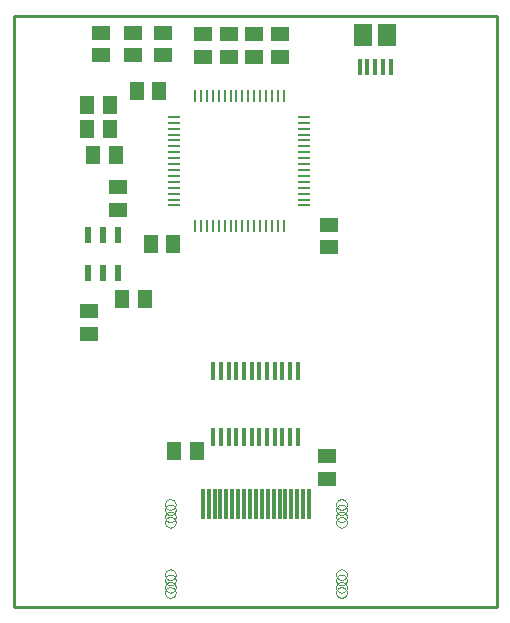
<source format=gtp>
G75*
%MOIN*%
%OFA0B0*%
%FSLAX24Y24*%
%IPPOS*%
%LPD*%
%AMOC8*
5,1,8,0,0,1.08239X$1,22.5*
%
%ADD10C,0.0100*%
%ADD11R,0.0087X0.0394*%
%ADD12R,0.0394X0.0087*%
%ADD13R,0.0209X0.0524*%
%ADD14R,0.0591X0.0512*%
%ADD15R,0.0118X0.1024*%
%ADD16C,0.0000*%
%ADD17R,0.0512X0.0630*%
%ADD18R,0.0118X0.0610*%
%ADD19R,0.0512X0.0591*%
%ADD20R,0.0157X0.0531*%
%ADD21R,0.0591X0.0748*%
D10*
X004503Y002292D02*
X004503Y021967D01*
X020603Y021967D01*
X020603Y002292D01*
X004503Y002292D01*
D11*
X010552Y014977D03*
X010749Y014977D03*
X010945Y014977D03*
X011142Y014977D03*
X011339Y014977D03*
X011536Y014977D03*
X011733Y014977D03*
X011930Y014977D03*
X012127Y014977D03*
X012323Y014977D03*
X012520Y014977D03*
X012717Y014977D03*
X012914Y014977D03*
X013111Y014977D03*
X013308Y014977D03*
X013504Y014977D03*
X013504Y019308D03*
X013308Y019308D03*
X013111Y019308D03*
X012914Y019308D03*
X012717Y019308D03*
X012520Y019308D03*
X012323Y019308D03*
X012127Y019308D03*
X011930Y019308D03*
X011733Y019308D03*
X011536Y019308D03*
X011339Y019308D03*
X011142Y019308D03*
X010945Y019308D03*
X010749Y019308D03*
X010552Y019308D03*
D12*
X009863Y018619D03*
X009863Y018422D03*
X009863Y018225D03*
X009863Y018028D03*
X009863Y017831D03*
X009863Y017634D03*
X009863Y017438D03*
X009863Y017241D03*
X009863Y017044D03*
X009863Y016847D03*
X009863Y016650D03*
X009863Y016453D03*
X009863Y016256D03*
X009863Y016060D03*
X009863Y015863D03*
X009863Y015666D03*
X014193Y015666D03*
X014193Y015863D03*
X014193Y016060D03*
X014193Y016256D03*
X014193Y016453D03*
X014193Y016650D03*
X014193Y016847D03*
X014193Y017044D03*
X014193Y017241D03*
X014193Y017438D03*
X014193Y017634D03*
X014193Y017831D03*
X014193Y018028D03*
X014193Y018225D03*
X014193Y018422D03*
X014193Y018619D03*
D13*
X007978Y014672D03*
X007478Y014672D03*
X006978Y014672D03*
X006978Y013412D03*
X007478Y013412D03*
X007978Y013412D03*
D14*
X007028Y012141D03*
X007028Y011393D03*
X007978Y015518D03*
X007978Y016266D03*
X010828Y020618D03*
X010828Y021366D03*
X011678Y021366D03*
X012528Y021366D03*
X012528Y020618D03*
X011678Y020618D03*
X013378Y020618D03*
X013378Y021366D03*
X009478Y021416D03*
X009478Y020668D03*
X008478Y020668D03*
X008478Y021416D03*
X007428Y021416D03*
X007428Y020668D03*
X015028Y015016D03*
X015028Y014268D03*
X014958Y007306D03*
X014958Y006558D03*
D15*
X014350Y005701D03*
X014153Y005701D03*
X013956Y005701D03*
X013759Y005701D03*
X013562Y005701D03*
X013366Y005701D03*
X013169Y005701D03*
X012972Y005701D03*
X012775Y005701D03*
X012578Y005701D03*
X012381Y005701D03*
X012184Y005701D03*
X011988Y005701D03*
X011791Y005701D03*
X011594Y005701D03*
X011397Y005701D03*
X011200Y005701D03*
X011003Y005701D03*
X010806Y005701D03*
D16*
X009547Y005697D02*
X009549Y005723D01*
X009555Y005749D01*
X009565Y005774D01*
X009578Y005797D01*
X009594Y005817D01*
X009614Y005835D01*
X009636Y005850D01*
X009659Y005862D01*
X009685Y005870D01*
X009711Y005874D01*
X009737Y005874D01*
X009763Y005870D01*
X009789Y005862D01*
X009813Y005850D01*
X009834Y005835D01*
X009854Y005817D01*
X009870Y005797D01*
X009883Y005774D01*
X009893Y005749D01*
X009899Y005723D01*
X009901Y005697D01*
X009899Y005671D01*
X009893Y005645D01*
X009883Y005620D01*
X009870Y005597D01*
X009854Y005577D01*
X009834Y005559D01*
X009812Y005544D01*
X009789Y005532D01*
X009763Y005524D01*
X009737Y005520D01*
X009711Y005520D01*
X009685Y005524D01*
X009659Y005532D01*
X009635Y005544D01*
X009614Y005559D01*
X009594Y005577D01*
X009578Y005597D01*
X009565Y005620D01*
X009555Y005645D01*
X009549Y005671D01*
X009547Y005697D01*
X009547Y005520D02*
X009549Y005546D01*
X009555Y005572D01*
X009565Y005597D01*
X009578Y005620D01*
X009594Y005640D01*
X009614Y005658D01*
X009636Y005673D01*
X009659Y005685D01*
X009685Y005693D01*
X009711Y005697D01*
X009737Y005697D01*
X009763Y005693D01*
X009789Y005685D01*
X009813Y005673D01*
X009834Y005658D01*
X009854Y005640D01*
X009870Y005620D01*
X009883Y005597D01*
X009893Y005572D01*
X009899Y005546D01*
X009901Y005520D01*
X009899Y005494D01*
X009893Y005468D01*
X009883Y005443D01*
X009870Y005420D01*
X009854Y005400D01*
X009834Y005382D01*
X009812Y005367D01*
X009789Y005355D01*
X009763Y005347D01*
X009737Y005343D01*
X009711Y005343D01*
X009685Y005347D01*
X009659Y005355D01*
X009635Y005367D01*
X009614Y005382D01*
X009594Y005400D01*
X009578Y005420D01*
X009565Y005443D01*
X009555Y005468D01*
X009549Y005494D01*
X009547Y005520D01*
X009547Y005284D02*
X009549Y005310D01*
X009555Y005336D01*
X009565Y005361D01*
X009578Y005384D01*
X009594Y005404D01*
X009614Y005422D01*
X009636Y005437D01*
X009659Y005449D01*
X009685Y005457D01*
X009711Y005461D01*
X009737Y005461D01*
X009763Y005457D01*
X009789Y005449D01*
X009813Y005437D01*
X009834Y005422D01*
X009854Y005404D01*
X009870Y005384D01*
X009883Y005361D01*
X009893Y005336D01*
X009899Y005310D01*
X009901Y005284D01*
X009899Y005258D01*
X009893Y005232D01*
X009883Y005207D01*
X009870Y005184D01*
X009854Y005164D01*
X009834Y005146D01*
X009812Y005131D01*
X009789Y005119D01*
X009763Y005111D01*
X009737Y005107D01*
X009711Y005107D01*
X009685Y005111D01*
X009659Y005119D01*
X009635Y005131D01*
X009614Y005146D01*
X009594Y005164D01*
X009578Y005184D01*
X009565Y005207D01*
X009555Y005232D01*
X009549Y005258D01*
X009547Y005284D01*
X009547Y005107D02*
X009549Y005133D01*
X009555Y005159D01*
X009565Y005184D01*
X009578Y005207D01*
X009594Y005227D01*
X009614Y005245D01*
X009636Y005260D01*
X009659Y005272D01*
X009685Y005280D01*
X009711Y005284D01*
X009737Y005284D01*
X009763Y005280D01*
X009789Y005272D01*
X009813Y005260D01*
X009834Y005245D01*
X009854Y005227D01*
X009870Y005207D01*
X009883Y005184D01*
X009893Y005159D01*
X009899Y005133D01*
X009901Y005107D01*
X009899Y005081D01*
X009893Y005055D01*
X009883Y005030D01*
X009870Y005007D01*
X009854Y004987D01*
X009834Y004969D01*
X009812Y004954D01*
X009789Y004942D01*
X009763Y004934D01*
X009737Y004930D01*
X009711Y004930D01*
X009685Y004934D01*
X009659Y004942D01*
X009635Y004954D01*
X009614Y004969D01*
X009594Y004987D01*
X009578Y005007D01*
X009565Y005030D01*
X009555Y005055D01*
X009549Y005081D01*
X009547Y005107D01*
X009547Y003355D02*
X009549Y003381D01*
X009555Y003407D01*
X009565Y003432D01*
X009578Y003455D01*
X009594Y003475D01*
X009614Y003493D01*
X009636Y003508D01*
X009659Y003520D01*
X009685Y003528D01*
X009711Y003532D01*
X009737Y003532D01*
X009763Y003528D01*
X009789Y003520D01*
X009813Y003508D01*
X009834Y003493D01*
X009854Y003475D01*
X009870Y003455D01*
X009883Y003432D01*
X009893Y003407D01*
X009899Y003381D01*
X009901Y003355D01*
X009899Y003329D01*
X009893Y003303D01*
X009883Y003278D01*
X009870Y003255D01*
X009854Y003235D01*
X009834Y003217D01*
X009812Y003202D01*
X009789Y003190D01*
X009763Y003182D01*
X009737Y003178D01*
X009711Y003178D01*
X009685Y003182D01*
X009659Y003190D01*
X009635Y003202D01*
X009614Y003217D01*
X009594Y003235D01*
X009578Y003255D01*
X009565Y003278D01*
X009555Y003303D01*
X009549Y003329D01*
X009547Y003355D01*
X009547Y003178D02*
X009549Y003204D01*
X009555Y003230D01*
X009565Y003255D01*
X009578Y003278D01*
X009594Y003298D01*
X009614Y003316D01*
X009636Y003331D01*
X009659Y003343D01*
X009685Y003351D01*
X009711Y003355D01*
X009737Y003355D01*
X009763Y003351D01*
X009789Y003343D01*
X009813Y003331D01*
X009834Y003316D01*
X009854Y003298D01*
X009870Y003278D01*
X009883Y003255D01*
X009893Y003230D01*
X009899Y003204D01*
X009901Y003178D01*
X009899Y003152D01*
X009893Y003126D01*
X009883Y003101D01*
X009870Y003078D01*
X009854Y003058D01*
X009834Y003040D01*
X009812Y003025D01*
X009789Y003013D01*
X009763Y003005D01*
X009737Y003001D01*
X009711Y003001D01*
X009685Y003005D01*
X009659Y003013D01*
X009635Y003025D01*
X009614Y003040D01*
X009594Y003058D01*
X009578Y003078D01*
X009565Y003101D01*
X009555Y003126D01*
X009549Y003152D01*
X009547Y003178D01*
X009547Y002941D02*
X009549Y002967D01*
X009555Y002993D01*
X009565Y003018D01*
X009578Y003041D01*
X009594Y003061D01*
X009614Y003079D01*
X009636Y003094D01*
X009659Y003106D01*
X009685Y003114D01*
X009711Y003118D01*
X009737Y003118D01*
X009763Y003114D01*
X009789Y003106D01*
X009813Y003094D01*
X009834Y003079D01*
X009854Y003061D01*
X009870Y003041D01*
X009883Y003018D01*
X009893Y002993D01*
X009899Y002967D01*
X009901Y002941D01*
X009899Y002915D01*
X009893Y002889D01*
X009883Y002864D01*
X009870Y002841D01*
X009854Y002821D01*
X009834Y002803D01*
X009812Y002788D01*
X009789Y002776D01*
X009763Y002768D01*
X009737Y002764D01*
X009711Y002764D01*
X009685Y002768D01*
X009659Y002776D01*
X009635Y002788D01*
X009614Y002803D01*
X009594Y002821D01*
X009578Y002841D01*
X009565Y002864D01*
X009555Y002889D01*
X009549Y002915D01*
X009547Y002941D01*
X009547Y002764D02*
X009549Y002790D01*
X009555Y002816D01*
X009565Y002841D01*
X009578Y002864D01*
X009594Y002884D01*
X009614Y002902D01*
X009636Y002917D01*
X009659Y002929D01*
X009685Y002937D01*
X009711Y002941D01*
X009737Y002941D01*
X009763Y002937D01*
X009789Y002929D01*
X009813Y002917D01*
X009834Y002902D01*
X009854Y002884D01*
X009870Y002864D01*
X009883Y002841D01*
X009893Y002816D01*
X009899Y002790D01*
X009901Y002764D01*
X009899Y002738D01*
X009893Y002712D01*
X009883Y002687D01*
X009870Y002664D01*
X009854Y002644D01*
X009834Y002626D01*
X009812Y002611D01*
X009789Y002599D01*
X009763Y002591D01*
X009737Y002587D01*
X009711Y002587D01*
X009685Y002591D01*
X009659Y002599D01*
X009635Y002611D01*
X009614Y002626D01*
X009594Y002644D01*
X009578Y002664D01*
X009565Y002687D01*
X009555Y002712D01*
X009549Y002738D01*
X009547Y002764D01*
X015255Y002764D02*
X015257Y002790D01*
X015263Y002816D01*
X015273Y002841D01*
X015286Y002864D01*
X015302Y002884D01*
X015322Y002902D01*
X015344Y002917D01*
X015367Y002929D01*
X015393Y002937D01*
X015419Y002941D01*
X015445Y002941D01*
X015471Y002937D01*
X015497Y002929D01*
X015521Y002917D01*
X015542Y002902D01*
X015562Y002884D01*
X015578Y002864D01*
X015591Y002841D01*
X015601Y002816D01*
X015607Y002790D01*
X015609Y002764D01*
X015607Y002738D01*
X015601Y002712D01*
X015591Y002687D01*
X015578Y002664D01*
X015562Y002644D01*
X015542Y002626D01*
X015520Y002611D01*
X015497Y002599D01*
X015471Y002591D01*
X015445Y002587D01*
X015419Y002587D01*
X015393Y002591D01*
X015367Y002599D01*
X015343Y002611D01*
X015322Y002626D01*
X015302Y002644D01*
X015286Y002664D01*
X015273Y002687D01*
X015263Y002712D01*
X015257Y002738D01*
X015255Y002764D01*
X015255Y002941D02*
X015257Y002967D01*
X015263Y002993D01*
X015273Y003018D01*
X015286Y003041D01*
X015302Y003061D01*
X015322Y003079D01*
X015344Y003094D01*
X015367Y003106D01*
X015393Y003114D01*
X015419Y003118D01*
X015445Y003118D01*
X015471Y003114D01*
X015497Y003106D01*
X015521Y003094D01*
X015542Y003079D01*
X015562Y003061D01*
X015578Y003041D01*
X015591Y003018D01*
X015601Y002993D01*
X015607Y002967D01*
X015609Y002941D01*
X015607Y002915D01*
X015601Y002889D01*
X015591Y002864D01*
X015578Y002841D01*
X015562Y002821D01*
X015542Y002803D01*
X015520Y002788D01*
X015497Y002776D01*
X015471Y002768D01*
X015445Y002764D01*
X015419Y002764D01*
X015393Y002768D01*
X015367Y002776D01*
X015343Y002788D01*
X015322Y002803D01*
X015302Y002821D01*
X015286Y002841D01*
X015273Y002864D01*
X015263Y002889D01*
X015257Y002915D01*
X015255Y002941D01*
X015255Y003178D02*
X015257Y003204D01*
X015263Y003230D01*
X015273Y003255D01*
X015286Y003278D01*
X015302Y003298D01*
X015322Y003316D01*
X015344Y003331D01*
X015367Y003343D01*
X015393Y003351D01*
X015419Y003355D01*
X015445Y003355D01*
X015471Y003351D01*
X015497Y003343D01*
X015521Y003331D01*
X015542Y003316D01*
X015562Y003298D01*
X015578Y003278D01*
X015591Y003255D01*
X015601Y003230D01*
X015607Y003204D01*
X015609Y003178D01*
X015607Y003152D01*
X015601Y003126D01*
X015591Y003101D01*
X015578Y003078D01*
X015562Y003058D01*
X015542Y003040D01*
X015520Y003025D01*
X015497Y003013D01*
X015471Y003005D01*
X015445Y003001D01*
X015419Y003001D01*
X015393Y003005D01*
X015367Y003013D01*
X015343Y003025D01*
X015322Y003040D01*
X015302Y003058D01*
X015286Y003078D01*
X015273Y003101D01*
X015263Y003126D01*
X015257Y003152D01*
X015255Y003178D01*
X015255Y003355D02*
X015257Y003381D01*
X015263Y003407D01*
X015273Y003432D01*
X015286Y003455D01*
X015302Y003475D01*
X015322Y003493D01*
X015344Y003508D01*
X015367Y003520D01*
X015393Y003528D01*
X015419Y003532D01*
X015445Y003532D01*
X015471Y003528D01*
X015497Y003520D01*
X015521Y003508D01*
X015542Y003493D01*
X015562Y003475D01*
X015578Y003455D01*
X015591Y003432D01*
X015601Y003407D01*
X015607Y003381D01*
X015609Y003355D01*
X015607Y003329D01*
X015601Y003303D01*
X015591Y003278D01*
X015578Y003255D01*
X015562Y003235D01*
X015542Y003217D01*
X015520Y003202D01*
X015497Y003190D01*
X015471Y003182D01*
X015445Y003178D01*
X015419Y003178D01*
X015393Y003182D01*
X015367Y003190D01*
X015343Y003202D01*
X015322Y003217D01*
X015302Y003235D01*
X015286Y003255D01*
X015273Y003278D01*
X015263Y003303D01*
X015257Y003329D01*
X015255Y003355D01*
X015255Y005107D02*
X015257Y005133D01*
X015263Y005159D01*
X015273Y005184D01*
X015286Y005207D01*
X015302Y005227D01*
X015322Y005245D01*
X015344Y005260D01*
X015367Y005272D01*
X015393Y005280D01*
X015419Y005284D01*
X015445Y005284D01*
X015471Y005280D01*
X015497Y005272D01*
X015521Y005260D01*
X015542Y005245D01*
X015562Y005227D01*
X015578Y005207D01*
X015591Y005184D01*
X015601Y005159D01*
X015607Y005133D01*
X015609Y005107D01*
X015607Y005081D01*
X015601Y005055D01*
X015591Y005030D01*
X015578Y005007D01*
X015562Y004987D01*
X015542Y004969D01*
X015520Y004954D01*
X015497Y004942D01*
X015471Y004934D01*
X015445Y004930D01*
X015419Y004930D01*
X015393Y004934D01*
X015367Y004942D01*
X015343Y004954D01*
X015322Y004969D01*
X015302Y004987D01*
X015286Y005007D01*
X015273Y005030D01*
X015263Y005055D01*
X015257Y005081D01*
X015255Y005107D01*
X015255Y005284D02*
X015257Y005310D01*
X015263Y005336D01*
X015273Y005361D01*
X015286Y005384D01*
X015302Y005404D01*
X015322Y005422D01*
X015344Y005437D01*
X015367Y005449D01*
X015393Y005457D01*
X015419Y005461D01*
X015445Y005461D01*
X015471Y005457D01*
X015497Y005449D01*
X015521Y005437D01*
X015542Y005422D01*
X015562Y005404D01*
X015578Y005384D01*
X015591Y005361D01*
X015601Y005336D01*
X015607Y005310D01*
X015609Y005284D01*
X015607Y005258D01*
X015601Y005232D01*
X015591Y005207D01*
X015578Y005184D01*
X015562Y005164D01*
X015542Y005146D01*
X015520Y005131D01*
X015497Y005119D01*
X015471Y005111D01*
X015445Y005107D01*
X015419Y005107D01*
X015393Y005111D01*
X015367Y005119D01*
X015343Y005131D01*
X015322Y005146D01*
X015302Y005164D01*
X015286Y005184D01*
X015273Y005207D01*
X015263Y005232D01*
X015257Y005258D01*
X015255Y005284D01*
X015255Y005520D02*
X015257Y005546D01*
X015263Y005572D01*
X015273Y005597D01*
X015286Y005620D01*
X015302Y005640D01*
X015322Y005658D01*
X015344Y005673D01*
X015367Y005685D01*
X015393Y005693D01*
X015419Y005697D01*
X015445Y005697D01*
X015471Y005693D01*
X015497Y005685D01*
X015521Y005673D01*
X015542Y005658D01*
X015562Y005640D01*
X015578Y005620D01*
X015591Y005597D01*
X015601Y005572D01*
X015607Y005546D01*
X015609Y005520D01*
X015607Y005494D01*
X015601Y005468D01*
X015591Y005443D01*
X015578Y005420D01*
X015562Y005400D01*
X015542Y005382D01*
X015520Y005367D01*
X015497Y005355D01*
X015471Y005347D01*
X015445Y005343D01*
X015419Y005343D01*
X015393Y005347D01*
X015367Y005355D01*
X015343Y005367D01*
X015322Y005382D01*
X015302Y005400D01*
X015286Y005420D01*
X015273Y005443D01*
X015263Y005468D01*
X015257Y005494D01*
X015255Y005520D01*
X015255Y005697D02*
X015257Y005723D01*
X015263Y005749D01*
X015273Y005774D01*
X015286Y005797D01*
X015302Y005817D01*
X015322Y005835D01*
X015344Y005850D01*
X015367Y005862D01*
X015393Y005870D01*
X015419Y005874D01*
X015445Y005874D01*
X015471Y005870D01*
X015497Y005862D01*
X015521Y005850D01*
X015542Y005835D01*
X015562Y005817D01*
X015578Y005797D01*
X015591Y005774D01*
X015601Y005749D01*
X015607Y005723D01*
X015609Y005697D01*
X015607Y005671D01*
X015601Y005645D01*
X015591Y005620D01*
X015578Y005597D01*
X015562Y005577D01*
X015542Y005559D01*
X015520Y005544D01*
X015497Y005532D01*
X015471Y005524D01*
X015445Y005520D01*
X015419Y005520D01*
X015393Y005524D01*
X015367Y005532D01*
X015343Y005544D01*
X015322Y005559D01*
X015302Y005577D01*
X015286Y005597D01*
X015273Y005620D01*
X015263Y005645D01*
X015257Y005671D01*
X015255Y005697D01*
D17*
X008877Y012542D03*
X008129Y012542D03*
X007902Y017342D03*
X007154Y017342D03*
X006954Y018217D03*
X007702Y018217D03*
X007702Y019017D03*
X006954Y019017D03*
D18*
X011155Y010145D03*
X011411Y010145D03*
X011667Y010145D03*
X011923Y010145D03*
X012179Y010145D03*
X012435Y010145D03*
X012691Y010145D03*
X012947Y010145D03*
X013203Y010145D03*
X013459Y010145D03*
X013715Y010145D03*
X013970Y010145D03*
X013970Y007940D03*
X013715Y007940D03*
X013459Y007940D03*
X013203Y007940D03*
X012947Y007940D03*
X012691Y007940D03*
X012435Y007940D03*
X012179Y007940D03*
X011923Y007940D03*
X011667Y007940D03*
X011411Y007940D03*
X011155Y007940D03*
D19*
X010602Y007492D03*
X009854Y007492D03*
X009827Y014392D03*
X009079Y014392D03*
X009352Y019492D03*
X008604Y019492D03*
D20*
X016041Y020289D03*
X016297Y020289D03*
X016553Y020289D03*
X016809Y020289D03*
X017065Y020289D03*
D21*
X016947Y021342D03*
X016159Y021338D03*
M02*

</source>
